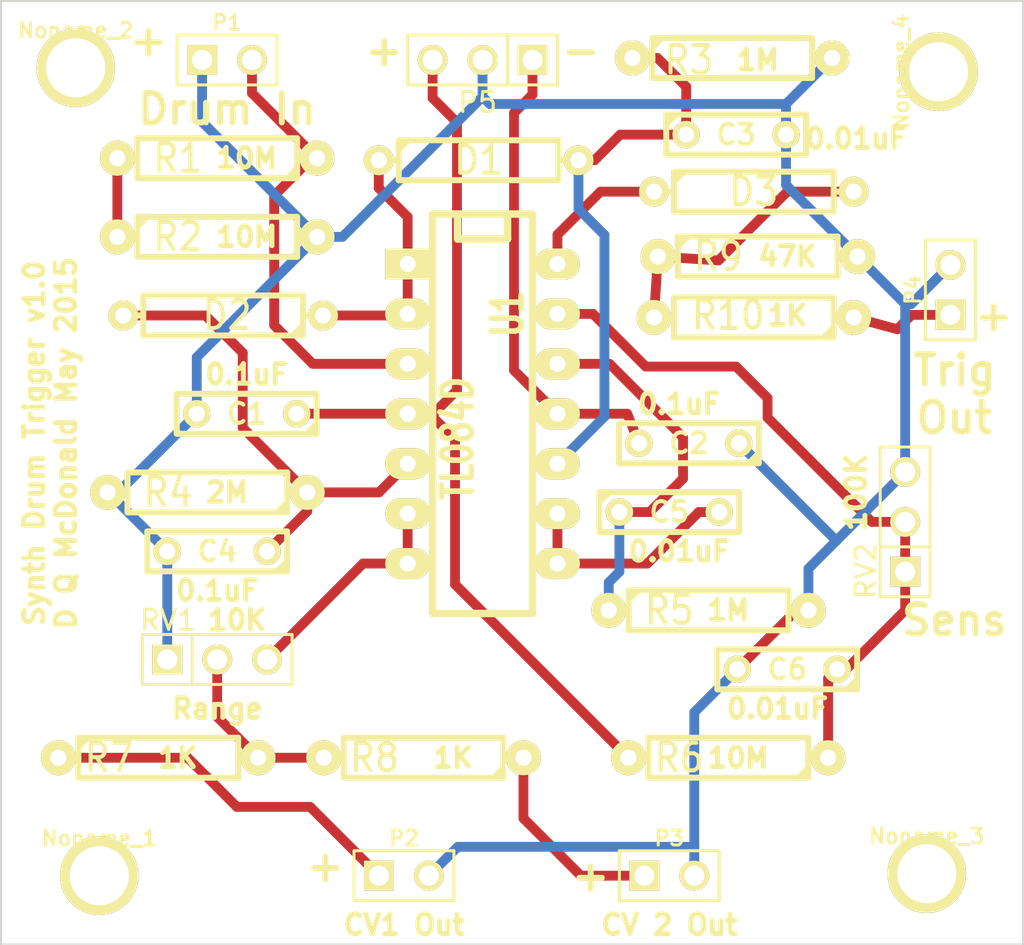
<source format=kicad_pcb>
(kicad_pcb (version 20171130) (host pcbnew "(5.1.12)-1")

  (general
    (thickness 1.6)
    (drawings 36)
    (tracks 130)
    (zones 0)
    (modules 31)
    (nets 19)
  )

  (page A4)
  (title_block
    (title "MFOS Synth Drum Trigger")
    (date 26/05/2015)
    (rev 1.0)
    (comment 1 "Based on a design by Ray Wilson")
    (comment 3 "Quentin McDonald")
  )

  (layers
    (0 F.Cu signal)
    (31 B.Cu signal)
    (32 B.Adhes user)
    (33 F.Adhes user hide)
    (34 B.Paste user)
    (35 F.Paste user)
    (36 B.SilkS user)
    (37 F.SilkS user)
    (38 B.Mask user)
    (39 F.Mask user)
    (40 Dwgs.User user)
    (41 Cmts.User user)
    (42 Eco1.User user)
    (43 Eco2.User user)
    (44 Edge.Cuts user)
  )

  (setup
    (last_trace_width 0.5)
    (trace_clearance 0.4)
    (zone_clearance 0.508)
    (zone_45_only no)
    (trace_min 0.254)
    (via_size 0.889)
    (via_drill 0.635)
    (via_min_size 0.889)
    (via_min_drill 0.508)
    (uvia_size 0.508)
    (uvia_drill 0.127)
    (uvias_allowed no)
    (uvia_min_size 0.508)
    (uvia_min_drill 0.127)
    (edge_width 0.1)
    (segment_width 0.2)
    (pcb_text_width 0.3)
    (pcb_text_size 1.5 1.5)
    (mod_edge_width 0.15)
    (mod_text_size 1 1)
    (mod_text_width 0.15)
    (pad_size 4 4)
    (pad_drill 3)
    (pad_to_mask_clearance 0)
    (aux_axis_origin 0 0)
    (visible_elements 7FFFFFFF)
    (pcbplotparams
      (layerselection 0x00030_ffffffff)
      (usegerberextensions true)
      (usegerberattributes true)
      (usegerberadvancedattributes true)
      (creategerberjobfile true)
      (excludeedgelayer true)
      (linewidth 0.150000)
      (plotframeref false)
      (viasonmask false)
      (mode 1)
      (useauxorigin false)
      (hpglpennumber 1)
      (hpglpenspeed 20)
      (hpglpendiameter 15.000000)
      (psnegative false)
      (psa4output false)
      (plotreference true)
      (plotvalue true)
      (plotinvisibletext false)
      (padsonsilk false)
      (subtractmaskfromsilk false)
      (outputformat 1)
      (mirror false)
      (drillshape 0)
      (scaleselection 1)
      (outputdirectory "Gerber/"))
  )

  (net 0 "")
  (net 1 +12V)
  (net 2 -12V)
  (net 3 GND)
  (net 4 "Net-(C3-Pad1)")
  (net 5 "Net-(C4-Pad1)")
  (net 6 "Net-(C5-Pad1)")
  (net 7 "Net-(C5-Pad2)")
  (net 8 "Net-(C6-Pad1)")
  (net 9 "Net-(D1-Pad1)")
  (net 10 "Net-(D3-Pad1)")
  (net 11 "Net-(D3-Pad2)")
  (net 12 "Net-(P1-Pad2)")
  (net 13 "Net-(P2-Pad1)")
  (net 14 "Net-(P3-Pad1)")
  (net 15 "Net-(P4-Pad1)")
  (net 16 "Net-(R1-Pad2)")
  (net 17 "Net-(R7-Pad2)")
  (net 18 "Net-(RV1-Pad3)")

  (net_class Default "This is the default net class."
    (clearance 0.4)
    (trace_width 0.5)
    (via_dia 0.889)
    (via_drill 0.635)
    (uvia_dia 0.508)
    (uvia_drill 0.127)
    (add_net +12V)
    (add_net -12V)
    (add_net GND)
    (add_net "Net-(C3-Pad1)")
    (add_net "Net-(C4-Pad1)")
    (add_net "Net-(C5-Pad1)")
    (add_net "Net-(C5-Pad2)")
    (add_net "Net-(C6-Pad1)")
    (add_net "Net-(D1-Pad1)")
    (add_net "Net-(D3-Pad1)")
    (add_net "Net-(D3-Pad2)")
    (add_net "Net-(P1-Pad2)")
    (add_net "Net-(P2-Pad1)")
    (add_net "Net-(P3-Pad1)")
    (add_net "Net-(P4-Pad1)")
    (add_net "Net-(R1-Pad2)")
    (add_net "Net-(R7-Pad2)")
    (add_net "Net-(RV1-Pad3)")
  )

  (module discret:C2 (layer F.Cu) (tedit 200000) (tstamp 55651D84)
    (at 132.5 114 180)
    (descr "Condensateur = 2 pas")
    (tags C)
    (path /5563EC2E)
    (fp_text reference C1 (at 0 0 180) (layer F.SilkS)
      (effects (font (size 1.016 1.016) (thickness 0.2032)))
    )
    (fp_text value 0.1uF (at 0 0 180) (layer F.SilkS) hide
      (effects (font (size 1.016 1.016) (thickness 0.2032)))
    )
    (fp_line (start -3.556 -1.016) (end 3.556 -1.016) (layer F.SilkS) (width 0.3048))
    (fp_line (start 3.556 -1.016) (end 3.556 1.016) (layer F.SilkS) (width 0.3048))
    (fp_line (start 3.556 1.016) (end -3.556 1.016) (layer F.SilkS) (width 0.3048))
    (fp_line (start -3.556 1.016) (end -3.556 -1.016) (layer F.SilkS) (width 0.3048))
    (fp_line (start -3.556 -0.508) (end -3.048 -1.016) (layer F.SilkS) (width 0.3048))
    (pad 1 thru_hole circle (at -2.54 0 180) (size 1.397 1.397) (drill 0.8128) (layers *.Cu *.Mask F.SilkS)
      (net 1 +12V))
    (pad 2 thru_hole circle (at 2.54 0 180) (size 1.397 1.397) (drill 0.8128) (layers *.Cu *.Mask F.SilkS)
      (net 3 GND))
    (model discret/capa_2pas_5x5mm.wrl
      (at (xyz 0 0 0))
      (scale (xyz 1 1 1))
      (rotate (xyz 0 0 0))
    )
  )

  (module discret:C2 (layer F.Cu) (tedit 200000) (tstamp 55651D1F)
    (at 155 115.5 180)
    (descr "Condensateur = 2 pas")
    (tags C)
    (path /5563EC42)
    (fp_text reference C2 (at 0 0 180) (layer F.SilkS)
      (effects (font (size 1.016 1.016) (thickness 0.2032)))
    )
    (fp_text value 0.1uF (at 0 0 180) (layer F.SilkS) hide
      (effects (font (size 1.016 1.016) (thickness 0.2032)))
    )
    (fp_line (start -3.556 -1.016) (end 3.556 -1.016) (layer F.SilkS) (width 0.3048))
    (fp_line (start 3.556 -1.016) (end 3.556 1.016) (layer F.SilkS) (width 0.3048))
    (fp_line (start 3.556 1.016) (end -3.556 1.016) (layer F.SilkS) (width 0.3048))
    (fp_line (start -3.556 1.016) (end -3.556 -1.016) (layer F.SilkS) (width 0.3048))
    (fp_line (start -3.556 -0.508) (end -3.048 -1.016) (layer F.SilkS) (width 0.3048))
    (pad 1 thru_hole circle (at -2.54 0 180) (size 1.397 1.397) (drill 0.8128) (layers *.Cu *.Mask F.SilkS)
      (net 3 GND))
    (pad 2 thru_hole circle (at 2.54 0 180) (size 1.397 1.397) (drill 0.8128) (layers *.Cu *.Mask F.SilkS)
      (net 2 -12V))
    (model discret/capa_2pas_5x5mm.wrl
      (at (xyz 0 0 0))
      (scale (xyz 1 1 1))
      (rotate (xyz 0 0 0))
    )
  )

  (module discret:C2 (layer F.Cu) (tedit 200000) (tstamp 55642854)
    (at 157.4 99.8)
    (descr "Condensateur = 2 pas")
    (tags C)
    (path /5562E506)
    (fp_text reference C3 (at 0 0) (layer F.SilkS)
      (effects (font (size 1.016 1.016) (thickness 0.2032)))
    )
    (fp_text value 0.01uF (at 0 0) (layer F.SilkS) hide
      (effects (font (size 1.016 1.016) (thickness 0.2032)))
    )
    (fp_line (start -3.556 -1.016) (end 3.556 -1.016) (layer F.SilkS) (width 0.3048))
    (fp_line (start 3.556 -1.016) (end 3.556 1.016) (layer F.SilkS) (width 0.3048))
    (fp_line (start 3.556 1.016) (end -3.556 1.016) (layer F.SilkS) (width 0.3048))
    (fp_line (start -3.556 1.016) (end -3.556 -1.016) (layer F.SilkS) (width 0.3048))
    (fp_line (start -3.556 -0.508) (end -3.048 -1.016) (layer F.SilkS) (width 0.3048))
    (pad 1 thru_hole circle (at -2.54 0) (size 1.397 1.397) (drill 0.8128) (layers *.Cu *.Mask F.SilkS)
      (net 4 "Net-(C3-Pad1)"))
    (pad 2 thru_hole circle (at 2.54 0) (size 1.397 1.397) (drill 0.8128) (layers *.Cu *.Mask F.SilkS)
      (net 3 GND))
    (model discret/capa_2pas_5x5mm.wrl
      (at (xyz 0 0 0))
      (scale (xyz 1 1 1))
      (rotate (xyz 0 0 0))
    )
  )

  (module discret:C2 (layer F.Cu) (tedit 200000) (tstamp 5564285F)
    (at 131 121 180)
    (descr "Condensateur = 2 pas")
    (tags C)
    (path /5562DBA8)
    (fp_text reference C4 (at 0 0 180) (layer F.SilkS)
      (effects (font (size 1.016 1.016) (thickness 0.2032)))
    )
    (fp_text value 0.1uF (at 0 0 180) (layer F.SilkS) hide
      (effects (font (size 1.016 1.016) (thickness 0.2032)))
    )
    (fp_line (start -3.556 -1.016) (end 3.556 -1.016) (layer F.SilkS) (width 0.3048))
    (fp_line (start 3.556 -1.016) (end 3.556 1.016) (layer F.SilkS) (width 0.3048))
    (fp_line (start 3.556 1.016) (end -3.556 1.016) (layer F.SilkS) (width 0.3048))
    (fp_line (start -3.556 1.016) (end -3.556 -1.016) (layer F.SilkS) (width 0.3048))
    (fp_line (start -3.556 -0.508) (end -3.048 -1.016) (layer F.SilkS) (width 0.3048))
    (pad 1 thru_hole circle (at -2.54 0 180) (size 1.397 1.397) (drill 0.8128) (layers *.Cu *.Mask F.SilkS)
      (net 5 "Net-(C4-Pad1)"))
    (pad 2 thru_hole circle (at 2.54 0 180) (size 1.397 1.397) (drill 0.8128) (layers *.Cu *.Mask F.SilkS)
      (net 3 GND))
    (model discret/capa_2pas_5x5mm.wrl
      (at (xyz 0 0 0))
      (scale (xyz 1 1 1))
      (rotate (xyz 0 0 0))
    )
  )

  (module discret:C2 (layer F.Cu) (tedit 200000) (tstamp 5564286A)
    (at 154 119)
    (descr "Condensateur = 2 pas")
    (tags C)
    (path /5562E6AF)
    (fp_text reference C5 (at 0 0) (layer F.SilkS)
      (effects (font (size 1.016 1.016) (thickness 0.2032)))
    )
    (fp_text value 0.01 (at 0 0) (layer F.SilkS) hide
      (effects (font (size 1.016 1.016) (thickness 0.2032)))
    )
    (fp_line (start -3.556 -1.016) (end 3.556 -1.016) (layer F.SilkS) (width 0.3048))
    (fp_line (start 3.556 -1.016) (end 3.556 1.016) (layer F.SilkS) (width 0.3048))
    (fp_line (start 3.556 1.016) (end -3.556 1.016) (layer F.SilkS) (width 0.3048))
    (fp_line (start -3.556 1.016) (end -3.556 -1.016) (layer F.SilkS) (width 0.3048))
    (fp_line (start -3.556 -0.508) (end -3.048 -1.016) (layer F.SilkS) (width 0.3048))
    (pad 1 thru_hole circle (at -2.54 0) (size 1.397 1.397) (drill 0.8128) (layers *.Cu *.Mask F.SilkS)
      (net 6 "Net-(C5-Pad1)"))
    (pad 2 thru_hole circle (at 2.54 0) (size 1.397 1.397) (drill 0.8128) (layers *.Cu *.Mask F.SilkS)
      (net 7 "Net-(C5-Pad2)"))
    (model discret/capa_2pas_5x5mm.wrl
      (at (xyz 0 0 0))
      (scale (xyz 1 1 1))
      (rotate (xyz 0 0 0))
    )
  )

  (module discret:C2 (layer F.Cu) (tedit 200000) (tstamp 55642875)
    (at 160 127 180)
    (descr "Condensateur = 2 pas")
    (tags C)
    (path /5562EBE3)
    (fp_text reference C6 (at 0 0 180) (layer F.SilkS)
      (effects (font (size 1.016 1.016) (thickness 0.2032)))
    )
    (fp_text value 0.01uF (at 0 0 180) (layer F.SilkS) hide
      (effects (font (size 1.016 1.016) (thickness 0.2032)))
    )
    (fp_line (start -3.556 -1.016) (end 3.556 -1.016) (layer F.SilkS) (width 0.3048))
    (fp_line (start 3.556 -1.016) (end 3.556 1.016) (layer F.SilkS) (width 0.3048))
    (fp_line (start 3.556 1.016) (end -3.556 1.016) (layer F.SilkS) (width 0.3048))
    (fp_line (start -3.556 1.016) (end -3.556 -1.016) (layer F.SilkS) (width 0.3048))
    (fp_line (start -3.556 -0.508) (end -3.048 -1.016) (layer F.SilkS) (width 0.3048))
    (pad 1 thru_hole circle (at -2.54 0 180) (size 1.397 1.397) (drill 0.8128) (layers *.Cu *.Mask F.SilkS)
      (net 8 "Net-(C6-Pad1)"))
    (pad 2 thru_hole circle (at 2.54 0 180) (size 1.397 1.397) (drill 0.8128) (layers *.Cu *.Mask F.SilkS)
      (net 3 GND))
    (model discret/capa_2pas_5x5mm.wrl
      (at (xyz 0 0 0))
      (scale (xyz 1 1 1))
      (rotate (xyz 0 0 0))
    )
  )

  (module discret:R4 (layer F.Cu) (tedit 200000) (tstamp 55642883)
    (at 144.3 101.1)
    (descr "Resitance 4 pas")
    (tags R)
    (path /5562E3FF)
    (autoplace_cost180 10)
    (fp_text reference D1 (at 0 0) (layer F.SilkS)
      (effects (font (size 1.397 1.27) (thickness 0.2032)))
    )
    (fp_text value DIODE (at 0 0) (layer F.SilkS) hide
      (effects (font (size 1.397 1.27) (thickness 0.2032)))
    )
    (fp_line (start -5.08 0) (end -4.064 0) (layer F.SilkS) (width 0.3048))
    (fp_line (start -4.064 0) (end -4.064 -1.016) (layer F.SilkS) (width 0.3048))
    (fp_line (start -4.064 -1.016) (end 4.064 -1.016) (layer F.SilkS) (width 0.3048))
    (fp_line (start 4.064 -1.016) (end 4.064 1.016) (layer F.SilkS) (width 0.3048))
    (fp_line (start 4.064 1.016) (end -4.064 1.016) (layer F.SilkS) (width 0.3048))
    (fp_line (start -4.064 1.016) (end -4.064 0) (layer F.SilkS) (width 0.3048))
    (fp_line (start -4.064 -0.508) (end -3.556 -1.016) (layer F.SilkS) (width 0.3048))
    (fp_line (start 5.08 0) (end 4.064 0) (layer F.SilkS) (width 0.3048))
    (pad 1 thru_hole circle (at -5.08 0) (size 1.524 1.524) (drill 0.8128) (layers *.Cu *.Mask F.SilkS)
      (net 9 "Net-(D1-Pad1)"))
    (pad 2 thru_hole circle (at 5.08 0) (size 1.524 1.524) (drill 0.8128) (layers *.Cu *.Mask F.SilkS)
      (net 4 "Net-(C3-Pad1)"))
    (model discret/resistor.wrl
      (at (xyz 0 0 0))
      (scale (xyz 0.4 0.4 0.4))
      (rotate (xyz 0 0 0))
    )
  )

  (module discret:R4 (layer F.Cu) (tedit 55654911) (tstamp 55642891)
    (at 131.3 109 180)
    (descr "Resitance 4 pas")
    (tags R)
    (path /5562DAF1)
    (autoplace_cost180 10)
    (fp_text reference D2 (at -0.2 0 180) (layer F.SilkS)
      (effects (font (size 1.397 1.27) (thickness 0.2032)))
    )
    (fp_text value DIODE (at 0 0 180) (layer F.SilkS) hide
      (effects (font (size 1.397 1.27) (thickness 0.2032)))
    )
    (fp_line (start -5.08 0) (end -4.064 0) (layer F.SilkS) (width 0.3048))
    (fp_line (start -4.064 0) (end -4.064 -1.016) (layer F.SilkS) (width 0.3048))
    (fp_line (start -4.064 -1.016) (end 4.064 -1.016) (layer F.SilkS) (width 0.3048))
    (fp_line (start 4.064 -1.016) (end 4.064 1.016) (layer F.SilkS) (width 0.3048))
    (fp_line (start 4.064 1.016) (end -4.064 1.016) (layer F.SilkS) (width 0.3048))
    (fp_line (start -4.064 1.016) (end -4.064 0) (layer F.SilkS) (width 0.3048))
    (fp_line (start -4.064 -0.508) (end -3.556 -1.016) (layer F.SilkS) (width 0.3048))
    (fp_line (start 5.08 0) (end 4.064 0) (layer F.SilkS) (width 0.3048))
    (pad 1 thru_hole circle (at -5.08 0 180) (size 1.524 1.524) (drill 0.8128) (layers *.Cu *.Mask F.SilkS)
      (net 9 "Net-(D1-Pad1)"))
    (pad 2 thru_hole circle (at 5.08 0 180) (size 1.524 1.524) (drill 0.8128) (layers *.Cu *.Mask F.SilkS)
      (net 5 "Net-(C4-Pad1)"))
    (model discret/resistor.wrl
      (at (xyz 0 0 0))
      (scale (xyz 0.4 0.4 0.4))
      (rotate (xyz 0 0 0))
    )
  )

  (module discret:R4 (layer F.Cu) (tedit 200000) (tstamp 5564289F)
    (at 158.3 102.7)
    (descr "Resitance 4 pas")
    (tags R)
    (path /5562E804)
    (autoplace_cost180 10)
    (fp_text reference D3 (at 0 0) (layer F.SilkS)
      (effects (font (size 1.397 1.27) (thickness 0.2032)))
    )
    (fp_text value DIODE (at 0 0) (layer F.SilkS) hide
      (effects (font (size 1.397 1.27) (thickness 0.2032)))
    )
    (fp_line (start -5.08 0) (end -4.064 0) (layer F.SilkS) (width 0.3048))
    (fp_line (start -4.064 0) (end -4.064 -1.016) (layer F.SilkS) (width 0.3048))
    (fp_line (start -4.064 -1.016) (end 4.064 -1.016) (layer F.SilkS) (width 0.3048))
    (fp_line (start 4.064 -1.016) (end 4.064 1.016) (layer F.SilkS) (width 0.3048))
    (fp_line (start 4.064 1.016) (end -4.064 1.016) (layer F.SilkS) (width 0.3048))
    (fp_line (start -4.064 1.016) (end -4.064 0) (layer F.SilkS) (width 0.3048))
    (fp_line (start -4.064 -0.508) (end -3.556 -1.016) (layer F.SilkS) (width 0.3048))
    (fp_line (start 5.08 0) (end 4.064 0) (layer F.SilkS) (width 0.3048))
    (pad 1 thru_hole circle (at -5.08 0) (size 1.524 1.524) (drill 0.8128) (layers *.Cu *.Mask F.SilkS)
      (net 10 "Net-(D3-Pad1)"))
    (pad 2 thru_hole circle (at 5.08 0) (size 1.524 1.524) (drill 0.8128) (layers *.Cu *.Mask F.SilkS)
      (net 11 "Net-(D3-Pad2)"))
    (model discret/resistor.wrl
      (at (xyz 0 0 0))
      (scale (xyz 0.4 0.4 0.4))
      (rotate (xyz 0 0 0))
    )
  )

  (module pin_array:PIN_ARRAY_2X1 (layer F.Cu) (tedit 4565C520) (tstamp 556428A9)
    (at 131.5 96)
    (descr "Connecteurs 2 pins")
    (tags "CONN DEV")
    (path /5562D979)
    (fp_text reference P1 (at 0 -1.905) (layer F.SilkS)
      (effects (font (size 0.762 0.762) (thickness 0.1524)))
    )
    (fp_text value CONN_2 (at 0 -1.905) (layer F.SilkS) hide
      (effects (font (size 0.762 0.762) (thickness 0.1524)))
    )
    (fp_line (start -2.54 1.27) (end -2.54 -1.27) (layer F.SilkS) (width 0.1524))
    (fp_line (start -2.54 -1.27) (end 2.54 -1.27) (layer F.SilkS) (width 0.1524))
    (fp_line (start 2.54 -1.27) (end 2.54 1.27) (layer F.SilkS) (width 0.1524))
    (fp_line (start 2.54 1.27) (end -2.54 1.27) (layer F.SilkS) (width 0.1524))
    (pad 1 thru_hole rect (at -1.27 0) (size 1.524 1.524) (drill 1.016) (layers *.Cu *.Mask F.SilkS)
      (net 3 GND))
    (pad 2 thru_hole circle (at 1.27 0) (size 1.524 1.524) (drill 1.016) (layers *.Cu *.Mask F.SilkS)
      (net 12 "Net-(P1-Pad2)"))
    (model pin_array/pins_array_2x1.wrl
      (at (xyz 0 0 0))
      (scale (xyz 1 1 1))
      (rotate (xyz 0 0 0))
    )
  )

  (module pin_array:PIN_ARRAY_2X1 (layer F.Cu) (tedit 4565C520) (tstamp 556428B3)
    (at 140.5 137.5)
    (descr "Connecteurs 2 pins")
    (tags "CONN DEV")
    (path /5562E22C)
    (fp_text reference P2 (at 0 -1.905) (layer F.SilkS)
      (effects (font (size 0.762 0.762) (thickness 0.1524)))
    )
    (fp_text value CONN_2 (at 0 -1.905) (layer F.SilkS) hide
      (effects (font (size 0.762 0.762) (thickness 0.1524)))
    )
    (fp_line (start -2.54 1.27) (end -2.54 -1.27) (layer F.SilkS) (width 0.1524))
    (fp_line (start -2.54 -1.27) (end 2.54 -1.27) (layer F.SilkS) (width 0.1524))
    (fp_line (start 2.54 -1.27) (end 2.54 1.27) (layer F.SilkS) (width 0.1524))
    (fp_line (start 2.54 1.27) (end -2.54 1.27) (layer F.SilkS) (width 0.1524))
    (pad 1 thru_hole rect (at -1.27 0) (size 1.524 1.524) (drill 1.016) (layers *.Cu *.Mask F.SilkS)
      (net 13 "Net-(P2-Pad1)"))
    (pad 2 thru_hole circle (at 1.27 0) (size 1.524 1.524) (drill 1.016) (layers *.Cu *.Mask F.SilkS)
      (net 3 GND))
    (model pin_array/pins_array_2x1.wrl
      (at (xyz 0 0 0))
      (scale (xyz 1 1 1))
      (rotate (xyz 0 0 0))
    )
  )

  (module pin_array:PIN_ARRAY_2X1 (layer F.Cu) (tedit 4565C520) (tstamp 556428BD)
    (at 154 137.5)
    (descr "Connecteurs 2 pins")
    (tags "CONN DEV")
    (path /5562E240)
    (fp_text reference P3 (at 0 -1.905) (layer F.SilkS)
      (effects (font (size 0.762 0.762) (thickness 0.1524)))
    )
    (fp_text value CONN_2 (at 0 -1.905) (layer F.SilkS) hide
      (effects (font (size 0.762 0.762) (thickness 0.1524)))
    )
    (fp_line (start -2.54 1.27) (end -2.54 -1.27) (layer F.SilkS) (width 0.1524))
    (fp_line (start -2.54 -1.27) (end 2.54 -1.27) (layer F.SilkS) (width 0.1524))
    (fp_line (start 2.54 -1.27) (end 2.54 1.27) (layer F.SilkS) (width 0.1524))
    (fp_line (start 2.54 1.27) (end -2.54 1.27) (layer F.SilkS) (width 0.1524))
    (pad 1 thru_hole rect (at -1.27 0) (size 1.524 1.524) (drill 1.016) (layers *.Cu *.Mask F.SilkS)
      (net 14 "Net-(P3-Pad1)"))
    (pad 2 thru_hole circle (at 1.27 0) (size 1.524 1.524) (drill 1.016) (layers *.Cu *.Mask F.SilkS)
      (net 3 GND))
    (model pin_array/pins_array_2x1.wrl
      (at (xyz 0 0 0))
      (scale (xyz 1 1 1))
      (rotate (xyz 0 0 0))
    )
  )

  (module pin_array:PIN_ARRAY_2X1 (layer F.Cu) (tedit 4565C520) (tstamp 556428C7)
    (at 168.3 107.7 90)
    (descr "Connecteurs 2 pins")
    (tags "CONN DEV")
    (path /5562E9ED)
    (fp_text reference P4 (at 0 -1.905 90) (layer F.SilkS)
      (effects (font (size 0.762 0.762) (thickness 0.1524)))
    )
    (fp_text value CONN_2 (at 0 -1.905 90) (layer F.SilkS) hide
      (effects (font (size 0.762 0.762) (thickness 0.1524)))
    )
    (fp_line (start -2.54 1.27) (end -2.54 -1.27) (layer F.SilkS) (width 0.1524))
    (fp_line (start -2.54 -1.27) (end 2.54 -1.27) (layer F.SilkS) (width 0.1524))
    (fp_line (start 2.54 -1.27) (end 2.54 1.27) (layer F.SilkS) (width 0.1524))
    (fp_line (start 2.54 1.27) (end -2.54 1.27) (layer F.SilkS) (width 0.1524))
    (pad 1 thru_hole rect (at -1.27 0 90) (size 1.524 1.524) (drill 1.016) (layers *.Cu *.Mask F.SilkS)
      (net 15 "Net-(P4-Pad1)"))
    (pad 2 thru_hole circle (at 1.27 0 90) (size 1.524 1.524) (drill 1.016) (layers *.Cu *.Mask F.SilkS)
      (net 3 GND))
    (model pin_array/pins_array_2x1.wrl
      (at (xyz 0 0 0))
      (scale (xyz 1 1 1))
      (rotate (xyz 0 0 0))
    )
  )

  (module pin_array:PIN_ARRAY_3X1 (layer F.Cu) (tedit 4C1130E0) (tstamp 55653308)
    (at 144.5 96 180)
    (descr "Connecteur 3 pins")
    (tags "CONN DEV")
    (path /5563F85E)
    (fp_text reference P5 (at 0.254 -2.159 180) (layer F.SilkS)
      (effects (font (size 1.016 1.016) (thickness 0.1524)))
    )
    (fp_text value Power_In (at 0 -2.159 180) (layer F.SilkS) hide
      (effects (font (size 1.016 1.016) (thickness 0.1524)))
    )
    (fp_line (start -3.81 1.27) (end -3.81 -1.27) (layer F.SilkS) (width 0.1524))
    (fp_line (start -3.81 -1.27) (end 3.81 -1.27) (layer F.SilkS) (width 0.1524))
    (fp_line (start 3.81 -1.27) (end 3.81 1.27) (layer F.SilkS) (width 0.1524))
    (fp_line (start 3.81 1.27) (end -3.81 1.27) (layer F.SilkS) (width 0.1524))
    (fp_line (start -1.27 -1.27) (end -1.27 1.27) (layer F.SilkS) (width 0.1524))
    (pad 1 thru_hole rect (at -2.54 0 180) (size 1.524 1.524) (drill 1.016) (layers *.Cu *.Mask F.SilkS)
      (net 2 -12V))
    (pad 2 thru_hole circle (at 0 0 180) (size 1.524 1.524) (drill 1.016) (layers *.Cu *.Mask F.SilkS)
      (net 3 GND))
    (pad 3 thru_hole circle (at 2.54 0 180) (size 1.524 1.524) (drill 1.016) (layers *.Cu *.Mask F.SilkS)
      (net 1 +12V))
    (model pin_array/pins_array_3x1.wrl
      (at (xyz 0 0 0))
      (scale (xyz 1 1 1))
      (rotate (xyz 0 0 0))
    )
  )

  (module pin_array:PIN_ARRAY_3X1 (layer F.Cu) (tedit 55654A82) (tstamp 55642961)
    (at 131 126.5)
    (descr "Connecteur 3 pins")
    (tags "CONN DEV")
    (path /5562DD78)
    (fp_text reference RV1 (at -2.5 -2) (layer F.SilkS)
      (effects (font (size 1.016 1.016) (thickness 0.1524)))
    )
    (fp_text value 10K (at 0 -2.159) (layer F.SilkS) hide
      (effects (font (size 1.016 1.016) (thickness 0.1524)))
    )
    (fp_line (start -3.81 1.27) (end -3.81 -1.27) (layer F.SilkS) (width 0.1524))
    (fp_line (start -3.81 -1.27) (end 3.81 -1.27) (layer F.SilkS) (width 0.1524))
    (fp_line (start 3.81 -1.27) (end 3.81 1.27) (layer F.SilkS) (width 0.1524))
    (fp_line (start 3.81 1.27) (end -3.81 1.27) (layer F.SilkS) (width 0.1524))
    (fp_line (start -1.27 -1.27) (end -1.27 1.27) (layer F.SilkS) (width 0.1524))
    (pad 1 thru_hole rect (at -2.54 0) (size 1.524 1.524) (drill 1.016) (layers *.Cu *.Mask F.SilkS)
      (net 3 GND))
    (pad 2 thru_hole circle (at 0 0) (size 1.524 1.524) (drill 1.016) (layers *.Cu *.Mask F.SilkS)
      (net 17 "Net-(R7-Pad2)"))
    (pad 3 thru_hole circle (at 2.54 0) (size 1.524 1.524) (drill 1.016) (layers *.Cu *.Mask F.SilkS)
      (net 18 "Net-(RV1-Pad3)"))
    (model pin_array/pins_array_3x1.wrl
      (at (xyz 0 0 0))
      (scale (xyz 1 1 1))
      (rotate (xyz 0 0 0))
    )
  )

  (module pin_array:PIN_ARRAY_3X1 (layer F.Cu) (tedit 55654A69) (tstamp 5564296D)
    (at 166 119.5 90)
    (descr "Connecteur 3 pins")
    (tags "CONN DEV")
    (path /5562ED6B)
    (fp_text reference RV2 (at -2.5 -2 90) (layer F.SilkS)
      (effects (font (size 1.016 1.016) (thickness 0.1524)))
    )
    (fp_text value 100K (at 0 -2.159 90) (layer F.SilkS) hide
      (effects (font (size 1.016 1.016) (thickness 0.1524)))
    )
    (fp_line (start -3.81 1.27) (end -3.81 -1.27) (layer F.SilkS) (width 0.1524))
    (fp_line (start -3.81 -1.27) (end 3.81 -1.27) (layer F.SilkS) (width 0.1524))
    (fp_line (start 3.81 -1.27) (end 3.81 1.27) (layer F.SilkS) (width 0.1524))
    (fp_line (start 3.81 1.27) (end -3.81 1.27) (layer F.SilkS) (width 0.1524))
    (fp_line (start -1.27 -1.27) (end -1.27 1.27) (layer F.SilkS) (width 0.1524))
    (pad 1 thru_hole rect (at -2.54 0 90) (size 1.524 1.524) (drill 1.016) (layers *.Cu *.Mask F.SilkS)
      (net 8 "Net-(C6-Pad1)"))
    (pad 2 thru_hole circle (at 0 0 90) (size 1.524 1.524) (drill 1.016) (layers *.Cu *.Mask F.SilkS)
      (net 8 "Net-(C6-Pad1)"))
    (pad 3 thru_hole circle (at 2.54 0 90) (size 1.524 1.524) (drill 1.016) (layers *.Cu *.Mask F.SilkS)
      (net 3 GND))
    (model pin_array/pins_array_3x1.wrl
      (at (xyz 0 0 0))
      (scale (xyz 1 1 1))
      (rotate (xyz 0 0 0))
    )
  )

  (module dip_sockets:DIP-14__300_ELL (layer F.Cu) (tedit 200000) (tstamp 55642986)
    (at 144.5 114 270)
    (descr "14 pins DIL package, elliptical pads")
    (tags DIL)
    (path /5562DA82)
    (fp_text reference U1 (at -5.08 -1.27 270) (layer F.SilkS)
      (effects (font (size 1.524 1.143) (thickness 0.3048)))
    )
    (fp_text value TL084D (at 1.27 1.27 270) (layer F.SilkS)
      (effects (font (size 1.524 1.143) (thickness 0.3048)))
    )
    (fp_line (start -10.16 -2.54) (end 10.16 -2.54) (layer F.SilkS) (width 0.381))
    (fp_line (start 10.16 2.54) (end -10.16 2.54) (layer F.SilkS) (width 0.381))
    (fp_line (start -10.16 2.54) (end -10.16 -2.54) (layer F.SilkS) (width 0.381))
    (fp_line (start -10.16 -1.27) (end -8.89 -1.27) (layer F.SilkS) (width 0.381))
    (fp_line (start -8.89 -1.27) (end -8.89 1.27) (layer F.SilkS) (width 0.381))
    (fp_line (start -8.89 1.27) (end -10.16 1.27) (layer F.SilkS) (width 0.381))
    (fp_line (start 10.16 -2.54) (end 10.16 2.54) (layer F.SilkS) (width 0.381))
    (pad 1 thru_hole rect (at -7.62 3.81 270) (size 1.5748 2.286) (drill 0.8128) (layers *.Cu *.Mask F.SilkS)
      (net 9 "Net-(D1-Pad1)"))
    (pad 2 thru_hole oval (at -5.08 3.81 270) (size 1.5748 2.286) (drill 0.8128) (layers *.Cu *.Mask F.SilkS)
      (net 9 "Net-(D1-Pad1)"))
    (pad 3 thru_hole oval (at -2.54 3.81 270) (size 1.5748 2.286) (drill 0.8128) (layers *.Cu *.Mask F.SilkS)
      (net 12 "Net-(P1-Pad2)"))
    (pad 4 thru_hole oval (at 0 3.81 270) (size 1.5748 2.286) (drill 0.8128) (layers *.Cu *.Mask F.SilkS)
      (net 1 +12V))
    (pad 5 thru_hole oval (at 2.54 3.81 270) (size 1.5748 2.286) (drill 0.8128) (layers *.Cu *.Mask F.SilkS)
      (net 5 "Net-(C4-Pad1)"))
    (pad 6 thru_hole oval (at 5.08 3.81 270) (size 1.5748 2.286) (drill 0.8128) (layers *.Cu *.Mask F.SilkS)
      (net 18 "Net-(RV1-Pad3)"))
    (pad 7 thru_hole oval (at 7.62 3.81 270) (size 1.5748 2.286) (drill 0.8128) (layers *.Cu *.Mask F.SilkS)
      (net 18 "Net-(RV1-Pad3)"))
    (pad 8 thru_hole oval (at 7.62 -3.81 270) (size 1.5748 2.286) (drill 0.8128) (layers *.Cu *.Mask F.SilkS)
      (net 7 "Net-(C5-Pad2)"))
    (pad 9 thru_hole oval (at 5.08 -3.81 270) (size 1.5748 2.286) (drill 0.8128) (layers *.Cu *.Mask F.SilkS)
      (net 7 "Net-(C5-Pad2)"))
    (pad 10 thru_hole oval (at 2.54 -3.81 270) (size 1.5748 2.286) (drill 0.8128) (layers *.Cu *.Mask F.SilkS)
      (net 4 "Net-(C3-Pad1)"))
    (pad 11 thru_hole oval (at 0 -3.81 270) (size 1.5748 2.286) (drill 0.8128) (layers *.Cu *.Mask F.SilkS)
      (net 2 -12V))
    (pad 12 thru_hole oval (at -2.54 -3.81 270) (size 1.5748 2.286) (drill 0.8128) (layers *.Cu *.Mask F.SilkS)
      (net 6 "Net-(C5-Pad1)"))
    (pad 13 thru_hole oval (at -5.08 -3.81 270) (size 1.5748 2.286) (drill 0.8128) (layers *.Cu *.Mask F.SilkS)
      (net 8 "Net-(C6-Pad1)"))
    (pad 14 thru_hole oval (at -7.62 -3.81 270) (size 1.5748 2.286) (drill 0.8128) (layers *.Cu *.Mask F.SilkS)
      (net 10 "Net-(D3-Pad1)"))
    (model dil/dil_14.wrl
      (at (xyz 0 0 0))
      (scale (xyz 1 1 1))
      (rotate (xyz 0 0 0))
    )
  )

  (module discret:R4-LARGE_PADS (layer F.Cu) (tedit 55654905) (tstamp 5564268F)
    (at 131 101 180)
    (descr "Resitance 4 pas")
    (tags R)
    (path /5562D9C7)
    (autoplace_cost180 10)
    (fp_text reference R1 (at 2 0 180) (layer F.SilkS)
      (effects (font (size 1.397 1.27) (thickness 0.2032)))
    )
    (fp_text value 10M (at 0 0 180) (layer F.SilkS) hide
      (effects (font (size 1.397 1.27) (thickness 0.2032)))
    )
    (fp_line (start -5.08 0) (end -4.064 0) (layer F.SilkS) (width 0.3048))
    (fp_line (start -4.064 0) (end -4.064 -1.016) (layer F.SilkS) (width 0.3048))
    (fp_line (start -4.064 -1.016) (end 4.064 -1.016) (layer F.SilkS) (width 0.3048))
    (fp_line (start 4.064 -1.016) (end 4.064 1.016) (layer F.SilkS) (width 0.3048))
    (fp_line (start 4.064 1.016) (end -4.064 1.016) (layer F.SilkS) (width 0.3048))
    (fp_line (start -4.064 1.016) (end -4.064 0) (layer F.SilkS) (width 0.3048))
    (fp_line (start -4.064 -0.508) (end -3.556 -1.016) (layer F.SilkS) (width 0.3048))
    (fp_line (start 5.08 0) (end 4.064 0) (layer F.SilkS) (width 0.3048))
    (pad 1 thru_hole circle (at -5.08 0 180) (size 1.778 1.778) (drill 0.8128) (layers *.Cu *.Mask F.SilkS)
      (net 12 "Net-(P1-Pad2)"))
    (pad 2 thru_hole circle (at 5.08 0 180) (size 1.778 1.778) (drill 0.8128) (layers *.Cu *.Mask F.SilkS)
      (net 16 "Net-(R1-Pad2)"))
    (model discret/resistor.wrl
      (at (xyz 0 0 0))
      (scale (xyz 0.4 0.4 0.4))
      (rotate (xyz 0 0 0))
    )
  )

  (module discret:R4-LARGE_PADS (layer F.Cu) (tedit 5565490D) (tstamp 5564269C)
    (at 131 105)
    (descr "Resitance 4 pas")
    (tags R)
    (path /5562D9DB)
    (autoplace_cost180 10)
    (fp_text reference R2 (at -2 0) (layer F.SilkS)
      (effects (font (size 1.397 1.27) (thickness 0.2032)))
    )
    (fp_text value 10M (at 0 0) (layer F.SilkS) hide
      (effects (font (size 1.397 1.27) (thickness 0.2032)))
    )
    (fp_line (start -5.08 0) (end -4.064 0) (layer F.SilkS) (width 0.3048))
    (fp_line (start -4.064 0) (end -4.064 -1.016) (layer F.SilkS) (width 0.3048))
    (fp_line (start -4.064 -1.016) (end 4.064 -1.016) (layer F.SilkS) (width 0.3048))
    (fp_line (start 4.064 -1.016) (end 4.064 1.016) (layer F.SilkS) (width 0.3048))
    (fp_line (start 4.064 1.016) (end -4.064 1.016) (layer F.SilkS) (width 0.3048))
    (fp_line (start -4.064 1.016) (end -4.064 0) (layer F.SilkS) (width 0.3048))
    (fp_line (start -4.064 -0.508) (end -3.556 -1.016) (layer F.SilkS) (width 0.3048))
    (fp_line (start 5.08 0) (end 4.064 0) (layer F.SilkS) (width 0.3048))
    (pad 1 thru_hole circle (at -5.08 0) (size 1.778 1.778) (drill 0.8128) (layers *.Cu *.Mask F.SilkS)
      (net 16 "Net-(R1-Pad2)"))
    (pad 2 thru_hole circle (at 5.08 0) (size 1.778 1.778) (drill 0.8128) (layers *.Cu *.Mask F.SilkS)
      (net 3 GND))
    (model discret/resistor.wrl
      (at (xyz 0 0 0))
      (scale (xyz 0.4 0.4 0.4))
      (rotate (xyz 0 0 0))
    )
  )

  (module discret:R4-LARGE_PADS (layer F.Cu) (tedit 5565497F) (tstamp 556426A9)
    (at 157.2 95.9)
    (descr "Resitance 4 pas")
    (tags R)
    (path /5562E4F2)
    (autoplace_cost180 10)
    (fp_text reference R3 (at -2.2 0.1) (layer F.SilkS)
      (effects (font (size 1.397 1.27) (thickness 0.2032)))
    )
    (fp_text value 1M (at 0 0) (layer F.SilkS) hide
      (effects (font (size 1.397 1.27) (thickness 0.2032)))
    )
    (fp_line (start -5.08 0) (end -4.064 0) (layer F.SilkS) (width 0.3048))
    (fp_line (start -4.064 0) (end -4.064 -1.016) (layer F.SilkS) (width 0.3048))
    (fp_line (start -4.064 -1.016) (end 4.064 -1.016) (layer F.SilkS) (width 0.3048))
    (fp_line (start 4.064 -1.016) (end 4.064 1.016) (layer F.SilkS) (width 0.3048))
    (fp_line (start 4.064 1.016) (end -4.064 1.016) (layer F.SilkS) (width 0.3048))
    (fp_line (start -4.064 1.016) (end -4.064 0) (layer F.SilkS) (width 0.3048))
    (fp_line (start -4.064 -0.508) (end -3.556 -1.016) (layer F.SilkS) (width 0.3048))
    (fp_line (start 5.08 0) (end 4.064 0) (layer F.SilkS) (width 0.3048))
    (pad 1 thru_hole circle (at -5.08 0) (size 1.778 1.778) (drill 0.8128) (layers *.Cu *.Mask F.SilkS)
      (net 4 "Net-(C3-Pad1)"))
    (pad 2 thru_hole circle (at 5.08 0) (size 1.778 1.778) (drill 0.8128) (layers *.Cu *.Mask F.SilkS)
      (net 3 GND))
    (model discret/resistor.wrl
      (at (xyz 0 0 0))
      (scale (xyz 0.4 0.4 0.4))
      (rotate (xyz 0 0 0))
    )
  )

  (module discret:R4-LARGE_PADS (layer F.Cu) (tedit 55654959) (tstamp 556426B6)
    (at 130.5 118 180)
    (descr "Resitance 4 pas")
    (tags R)
    (path /5562DB94)
    (autoplace_cost180 10)
    (fp_text reference R4 (at 2 0 180) (layer F.SilkS)
      (effects (font (size 1.397 1.27) (thickness 0.2032)))
    )
    (fp_text value 2M (at 0 0 180) (layer F.SilkS) hide
      (effects (font (size 1.397 1.27) (thickness 0.2032)))
    )
    (fp_line (start -5.08 0) (end -4.064 0) (layer F.SilkS) (width 0.3048))
    (fp_line (start -4.064 0) (end -4.064 -1.016) (layer F.SilkS) (width 0.3048))
    (fp_line (start -4.064 -1.016) (end 4.064 -1.016) (layer F.SilkS) (width 0.3048))
    (fp_line (start 4.064 -1.016) (end 4.064 1.016) (layer F.SilkS) (width 0.3048))
    (fp_line (start 4.064 1.016) (end -4.064 1.016) (layer F.SilkS) (width 0.3048))
    (fp_line (start -4.064 1.016) (end -4.064 0) (layer F.SilkS) (width 0.3048))
    (fp_line (start -4.064 -0.508) (end -3.556 -1.016) (layer F.SilkS) (width 0.3048))
    (fp_line (start 5.08 0) (end 4.064 0) (layer F.SilkS) (width 0.3048))
    (pad 1 thru_hole circle (at -5.08 0 180) (size 1.778 1.778) (drill 0.8128) (layers *.Cu *.Mask F.SilkS)
      (net 5 "Net-(C4-Pad1)"))
    (pad 2 thru_hole circle (at 5.08 0 180) (size 1.778 1.778) (drill 0.8128) (layers *.Cu *.Mask F.SilkS)
      (net 3 GND))
    (model discret/resistor.wrl
      (at (xyz 0 0 0))
      (scale (xyz 0.4 0.4 0.4))
      (rotate (xyz 0 0 0))
    )
  )

  (module discret:R4-LARGE_PADS (layer F.Cu) (tedit 55654900) (tstamp 556426C3)
    (at 156 124)
    (descr "Resitance 4 pas")
    (tags R)
    (path /5562E744)
    (autoplace_cost180 10)
    (fp_text reference R5 (at -2 0) (layer F.SilkS)
      (effects (font (size 1.397 1.27) (thickness 0.2032)))
    )
    (fp_text value 1M (at 0 0) (layer F.SilkS) hide
      (effects (font (size 1.397 1.27) (thickness 0.2032)))
    )
    (fp_line (start -5.08 0) (end -4.064 0) (layer F.SilkS) (width 0.3048))
    (fp_line (start -4.064 0) (end -4.064 -1.016) (layer F.SilkS) (width 0.3048))
    (fp_line (start -4.064 -1.016) (end 4.064 -1.016) (layer F.SilkS) (width 0.3048))
    (fp_line (start 4.064 -1.016) (end 4.064 1.016) (layer F.SilkS) (width 0.3048))
    (fp_line (start 4.064 1.016) (end -4.064 1.016) (layer F.SilkS) (width 0.3048))
    (fp_line (start -4.064 1.016) (end -4.064 0) (layer F.SilkS) (width 0.3048))
    (fp_line (start -4.064 -0.508) (end -3.556 -1.016) (layer F.SilkS) (width 0.3048))
    (fp_line (start 5.08 0) (end 4.064 0) (layer F.SilkS) (width 0.3048))
    (pad 1 thru_hole circle (at -5.08 0) (size 1.778 1.778) (drill 0.8128) (layers *.Cu *.Mask F.SilkS)
      (net 6 "Net-(C5-Pad1)"))
    (pad 2 thru_hole circle (at 5.08 0) (size 1.778 1.778) (drill 0.8128) (layers *.Cu *.Mask F.SilkS)
      (net 3 GND))
    (model discret/resistor.wrl
      (at (xyz 0 0 0))
      (scale (xyz 0.4 0.4 0.4))
      (rotate (xyz 0 0 0))
    )
  )

  (module discret:R4-LARGE_PADS (layer F.Cu) (tedit 556549F1) (tstamp 556426D0)
    (at 157 131.5 180)
    (descr "Resitance 4 pas")
    (tags R)
    (path /5562EBFC)
    (autoplace_cost180 10)
    (fp_text reference R6 (at 2.5 0 180) (layer F.SilkS)
      (effects (font (size 1.397 1.27) (thickness 0.2032)))
    )
    (fp_text value 10M (at 0 0 180) (layer F.SilkS) hide
      (effects (font (size 1.397 1.27) (thickness 0.2032)))
    )
    (fp_line (start -5.08 0) (end -4.064 0) (layer F.SilkS) (width 0.3048))
    (fp_line (start -4.064 0) (end -4.064 -1.016) (layer F.SilkS) (width 0.3048))
    (fp_line (start -4.064 -1.016) (end 4.064 -1.016) (layer F.SilkS) (width 0.3048))
    (fp_line (start 4.064 -1.016) (end 4.064 1.016) (layer F.SilkS) (width 0.3048))
    (fp_line (start 4.064 1.016) (end -4.064 1.016) (layer F.SilkS) (width 0.3048))
    (fp_line (start -4.064 1.016) (end -4.064 0) (layer F.SilkS) (width 0.3048))
    (fp_line (start -4.064 -0.508) (end -3.556 -1.016) (layer F.SilkS) (width 0.3048))
    (fp_line (start 5.08 0) (end 4.064 0) (layer F.SilkS) (width 0.3048))
    (pad 1 thru_hole circle (at -5.08 0 180) (size 1.778 1.778) (drill 0.8128) (layers *.Cu *.Mask F.SilkS)
      (net 8 "Net-(C6-Pad1)"))
    (pad 2 thru_hole circle (at 5.08 0 180) (size 1.778 1.778) (drill 0.8128) (layers *.Cu *.Mask F.SilkS)
      (net 1 +12V))
    (model discret/resistor.wrl
      (at (xyz 0 0 0))
      (scale (xyz 0.4 0.4 0.4))
      (rotate (xyz 0 0 0))
    )
  )

  (module discret:R4-LARGE_PADS (layer F.Cu) (tedit 556549EE) (tstamp 556426DD)
    (at 128 131.5)
    (descr "Resitance 4 pas")
    (tags R)
    (path /5562E1B5)
    (autoplace_cost180 10)
    (fp_text reference R7 (at -2.5 0) (layer F.SilkS)
      (effects (font (size 1.397 1.27) (thickness 0.2032)))
    )
    (fp_text value 1K (at 0 0) (layer F.SilkS) hide
      (effects (font (size 1.397 1.27) (thickness 0.2032)))
    )
    (fp_line (start -5.08 0) (end -4.064 0) (layer F.SilkS) (width 0.3048))
    (fp_line (start -4.064 0) (end -4.064 -1.016) (layer F.SilkS) (width 0.3048))
    (fp_line (start -4.064 -1.016) (end 4.064 -1.016) (layer F.SilkS) (width 0.3048))
    (fp_line (start 4.064 -1.016) (end 4.064 1.016) (layer F.SilkS) (width 0.3048))
    (fp_line (start 4.064 1.016) (end -4.064 1.016) (layer F.SilkS) (width 0.3048))
    (fp_line (start -4.064 1.016) (end -4.064 0) (layer F.SilkS) (width 0.3048))
    (fp_line (start -4.064 -0.508) (end -3.556 -1.016) (layer F.SilkS) (width 0.3048))
    (fp_line (start 5.08 0) (end 4.064 0) (layer F.SilkS) (width 0.3048))
    (pad 1 thru_hole circle (at -5.08 0) (size 1.778 1.778) (drill 0.8128) (layers *.Cu *.Mask F.SilkS)
      (net 13 "Net-(P2-Pad1)"))
    (pad 2 thru_hole circle (at 5.08 0) (size 1.778 1.778) (drill 0.8128) (layers *.Cu *.Mask F.SilkS)
      (net 17 "Net-(R7-Pad2)"))
    (model discret/resistor.wrl
      (at (xyz 0 0 0))
      (scale (xyz 0.4 0.4 0.4))
      (rotate (xyz 0 0 0))
    )
  )

  (module discret:R4-LARGE_PADS (layer F.Cu) (tedit 7FFFFFFF) (tstamp 556426EA)
    (at 141.5 131.5 180)
    (descr "Resitance 4 pas")
    (tags R)
    (path /5562E1C9)
    (autoplace_cost180 10)
    (fp_text reference R8 (at 2.5 0 180) (layer F.SilkS)
      (effects (font (size 1.397 1.27) (thickness 0.2032)))
    )
    (fp_text value 1K (at 0 0 180) (layer F.SilkS) hide
      (effects (font (size 1.397 1.27) (thickness 0.2032)))
    )
    (fp_line (start -5.08 0) (end -4.064 0) (layer F.SilkS) (width 0.3048))
    (fp_line (start -4.064 0) (end -4.064 -1.016) (layer F.SilkS) (width 0.3048))
    (fp_line (start -4.064 -1.016) (end 4.064 -1.016) (layer F.SilkS) (width 0.3048))
    (fp_line (start 4.064 -1.016) (end 4.064 1.016) (layer F.SilkS) (width 0.3048))
    (fp_line (start 4.064 1.016) (end -4.064 1.016) (layer F.SilkS) (width 0.3048))
    (fp_line (start -4.064 1.016) (end -4.064 0) (layer F.SilkS) (width 0.3048))
    (fp_line (start -4.064 -0.508) (end -3.556 -1.016) (layer F.SilkS) (width 0.3048))
    (fp_line (start 5.08 0) (end 4.064 0) (layer F.SilkS) (width 0.3048))
    (pad 1 thru_hole circle (at -5.08 0 180) (size 1.778 1.778) (drill 0.8128) (layers *.Cu *.Mask F.SilkS)
      (net 14 "Net-(P3-Pad1)"))
    (pad 2 thru_hole circle (at 5.08 0 180) (size 1.778 1.778) (drill 0.8128) (layers *.Cu *.Mask F.SilkS)
      (net 17 "Net-(R7-Pad2)"))
    (model discret/resistor.wrl
      (at (xyz 0 0 0))
      (scale (xyz 0.4 0.4 0.4))
      (rotate (xyz 0 0 0))
    )
  )

  (module discret:R4-LARGE_PADS (layer F.Cu) (tedit 55654997) (tstamp 556426F7)
    (at 158.5 106)
    (descr "Resitance 4 pas")
    (tags R)
    (path /5562E8B7)
    (autoplace_cost180 10)
    (fp_text reference R9 (at -2 0) (layer F.SilkS)
      (effects (font (size 1.397 1.27) (thickness 0.2032)))
    )
    (fp_text value 47K (at 0 0) (layer F.SilkS) hide
      (effects (font (size 1.397 1.27) (thickness 0.2032)))
    )
    (fp_line (start -5.08 0) (end -4.064 0) (layer F.SilkS) (width 0.3048))
    (fp_line (start -4.064 0) (end -4.064 -1.016) (layer F.SilkS) (width 0.3048))
    (fp_line (start -4.064 -1.016) (end 4.064 -1.016) (layer F.SilkS) (width 0.3048))
    (fp_line (start 4.064 -1.016) (end 4.064 1.016) (layer F.SilkS) (width 0.3048))
    (fp_line (start 4.064 1.016) (end -4.064 1.016) (layer F.SilkS) (width 0.3048))
    (fp_line (start -4.064 1.016) (end -4.064 0) (layer F.SilkS) (width 0.3048))
    (fp_line (start -4.064 -0.508) (end -3.556 -1.016) (layer F.SilkS) (width 0.3048))
    (fp_line (start 5.08 0) (end 4.064 0) (layer F.SilkS) (width 0.3048))
    (pad 1 thru_hole circle (at -5.08 0) (size 1.778 1.778) (drill 0.8128) (layers *.Cu *.Mask F.SilkS)
      (net 11 "Net-(D3-Pad2)"))
    (pad 2 thru_hole circle (at 5.08 0) (size 1.778 1.778) (drill 0.8128) (layers *.Cu *.Mask F.SilkS)
      (net 3 GND))
    (model discret/resistor.wrl
      (at (xyz 0 0 0))
      (scale (xyz 0.4 0.4 0.4))
      (rotate (xyz 0 0 0))
    )
  )

  (module discret:R4-LARGE_PADS (layer F.Cu) (tedit 5565499C) (tstamp 556530A3)
    (at 158.3 109.1 180)
    (descr "Resitance 4 pas")
    (tags R)
    (path /5562E89E)
    (autoplace_cost180 10)
    (fp_text reference R10 (at 1.3 0.1 180) (layer F.SilkS)
      (effects (font (size 1.397 1.27) (thickness 0.2032)))
    )
    (fp_text value 1K (at 0 0 180) (layer F.SilkS) hide
      (effects (font (size 1.397 1.27) (thickness 0.2032)))
    )
    (fp_line (start -5.08 0) (end -4.064 0) (layer F.SilkS) (width 0.3048))
    (fp_line (start -4.064 0) (end -4.064 -1.016) (layer F.SilkS) (width 0.3048))
    (fp_line (start -4.064 -1.016) (end 4.064 -1.016) (layer F.SilkS) (width 0.3048))
    (fp_line (start 4.064 -1.016) (end 4.064 1.016) (layer F.SilkS) (width 0.3048))
    (fp_line (start 4.064 1.016) (end -4.064 1.016) (layer F.SilkS) (width 0.3048))
    (fp_line (start -4.064 1.016) (end -4.064 0) (layer F.SilkS) (width 0.3048))
    (fp_line (start -4.064 -0.508) (end -3.556 -1.016) (layer F.SilkS) (width 0.3048))
    (fp_line (start 5.08 0) (end 4.064 0) (layer F.SilkS) (width 0.3048))
    (pad 1 thru_hole circle (at -5.08 0 180) (size 1.778 1.778) (drill 0.8128) (layers *.Cu *.Mask F.SilkS)
      (net 15 "Net-(P4-Pad1)"))
    (pad 2 thru_hole circle (at 5.08 0 180) (size 1.778 1.778) (drill 0.8128) (layers *.Cu *.Mask F.SilkS)
      (net 11 "Net-(D3-Pad2)"))
    (model discret/resistor.wrl
      (at (xyz 0 0 0))
      (scale (xyz 0.4 0.4 0.4))
      (rotate (xyz 0 0 0))
    )
  )

  (module pin_array:PIN_ARRAY_1 (layer F.Cu) (tedit 556538DF) (tstamp 5569CB3F)
    (at 167.7 96.6 90)
    (descr "1 pin")
    (tags "CONN DEV")
    (fp_text reference Noname_4 (at 0 -1.905 90) (layer F.SilkS)
      (effects (font (size 0.762 0.762) (thickness 0.1524)))
    )
    (fp_text value Val** (at 0 -1.905 90) (layer F.SilkS) hide
      (effects (font (size 0.762 0.762) (thickness 0.1524)))
    )
    (fp_line (start 1.27 1.27) (end -1.27 1.27) (layer F.SilkS) (width 0.1524))
    (fp_line (start -1.27 -1.27) (end 1.27 -1.27) (layer F.SilkS) (width 0.1524))
    (fp_line (start -1.27 1.27) (end -1.27 -1.27) (layer F.SilkS) (width 0.1524))
    (fp_line (start 1.27 -1.27) (end 1.27 1.27) (layer F.SilkS) (width 0.1524))
    (pad 1 thru_hole circle (at 0 0 90) (size 4 4) (drill 3) (layers *.Cu *.Mask F.SilkS))
    (model pin_array\pin_1.wrl
      (at (xyz 0 0 0))
      (scale (xyz 1 1 1))
      (rotate (xyz 0 0 0))
    )
  )

  (module pin_array:PIN_ARRAY_1 (layer F.Cu) (tedit 55653A58) (tstamp 5569CB9F)
    (at 167.1 137.4)
    (descr "1 pin")
    (tags "CONN DEV")
    (fp_text reference Noname_3 (at 0 -1.905) (layer F.SilkS)
      (effects (font (size 0.762 0.762) (thickness 0.1524)))
    )
    (fp_text value Val** (at 0 -1.905) (layer F.SilkS) hide
      (effects (font (size 0.762 0.762) (thickness 0.1524)))
    )
    (fp_line (start 1.27 1.27) (end -1.27 1.27) (layer F.SilkS) (width 0.1524))
    (fp_line (start -1.27 -1.27) (end 1.27 -1.27) (layer F.SilkS) (width 0.1524))
    (fp_line (start -1.27 1.27) (end -1.27 -1.27) (layer F.SilkS) (width 0.1524))
    (fp_line (start 1.27 -1.27) (end 1.27 1.27) (layer F.SilkS) (width 0.1524))
    (pad 1 thru_hole circle (at 0 0) (size 4 4) (drill 3) (layers *.Cu *.Mask F.SilkS))
    (model pin_array\pin_1.wrl
      (at (xyz 0 0 0))
      (scale (xyz 1 1 1))
      (rotate (xyz 0 0 0))
    )
  )

  (module pin_array:PIN_ARRAY_1 (layer F.Cu) (tedit 55653A6A) (tstamp 556E5CBE)
    (at 123.8 96.4)
    (descr "1 pin")
    (tags "CONN DEV")
    (fp_text reference Noname_2 (at 0 -1.905) (layer F.SilkS)
      (effects (font (size 0.762 0.762) (thickness 0.1524)))
    )
    (fp_text value Val** (at 0 -1.905) (layer F.SilkS) hide
      (effects (font (size 0.762 0.762) (thickness 0.1524)))
    )
    (fp_line (start 1.27 1.27) (end -1.27 1.27) (layer F.SilkS) (width 0.1524))
    (fp_line (start -1.27 -1.27) (end 1.27 -1.27) (layer F.SilkS) (width 0.1524))
    (fp_line (start -1.27 1.27) (end -1.27 -1.27) (layer F.SilkS) (width 0.1524))
    (fp_line (start 1.27 -1.27) (end 1.27 1.27) (layer F.SilkS) (width 0.1524))
    (pad 1 thru_hole circle (at 0 0) (size 4 4) (drill 3) (layers *.Cu *.Mask F.SilkS))
    (model pin_array\pin_1.wrl
      (at (xyz 0 0 0))
      (scale (xyz 1 1 1))
      (rotate (xyz 0 0 0))
    )
  )

  (module pin_array:PIN_ARRAY_1 (layer F.Cu) (tedit 55653A44) (tstamp 556E60EA)
    (at 125 137.5)
    (descr "1 pin")
    (tags "CONN DEV")
    (fp_text reference Noname_1 (at 0 -1.905) (layer F.SilkS)
      (effects (font (size 0.762 0.762) (thickness 0.1524)))
    )
    (fp_text value Val** (at 0 -1.905) (layer F.SilkS) hide
      (effects (font (size 0.762 0.762) (thickness 0.1524)))
    )
    (fp_line (start 1.27 1.27) (end -1.27 1.27) (layer F.SilkS) (width 0.1524))
    (fp_line (start -1.27 -1.27) (end 1.27 -1.27) (layer F.SilkS) (width 0.1524))
    (fp_line (start -1.27 1.27) (end -1.27 -1.27) (layer F.SilkS) (width 0.1524))
    (fp_line (start 1.27 -1.27) (end 1.27 1.27) (layer F.SilkS) (width 0.1524))
    (pad 1 thru_hole circle (at 0 0) (size 4 4) (drill 3) (layers *.Cu *.Mask F.SilkS))
    (model pin_array\pin_1.wrl
      (at (xyz 0 0 0))
      (scale (xyz 1 1 1))
      (rotate (xyz 0 0 0))
    )
  )

  (gr_text 0.01uF (at 159.5 129) (layer F.SilkS)
    (effects (font (size 1 1) (thickness 0.25)))
  )
  (gr_text 0.1uF (at 132.5 112) (layer F.SilkS)
    (effects (font (size 1 1) (thickness 0.25)))
  )
  (gr_text 0.1uF (at 131 123) (layer F.SilkS)
    (effects (font (size 1 1) (thickness 0.25)))
  )
  (gr_text 0.01uF (at 154.5 121) (layer F.SilkS)
    (effects (font (size 1 1) (thickness 0.25)))
  )
  (gr_text 0.1uF (at 154.5 113.5) (layer F.SilkS)
    (effects (font (size 1 1) (thickness 0.25)))
  )
  (gr_text 0.01uF (at 163.5 100) (layer F.SilkS)
    (effects (font (size 1 1) (thickness 0.25)))
  )
  (gr_text 10K (at 132 124.5) (layer F.SilkS)
    (effects (font (size 1 1) (thickness 0.25)))
  )
  (gr_text 100K (at 163.5 118 90) (layer F.SilkS)
    (effects (font (size 1 1) (thickness 0.25)))
  )
  (gr_text 1M (at 157 124) (layer F.SilkS)
    (effects (font (size 1 1) (thickness 0.25)))
  )
  (gr_text 10M (at 157.5 131.5) (layer F.SilkS)
    (effects (font (size 1 1) (thickness 0.25)))
  )
  (gr_text 1K (at 143 131.5) (layer F.SilkS)
    (effects (font (size 1 1) (thickness 0.25)))
  )
  (gr_text 1K (at 129 131.5) (layer F.SilkS)
    (effects (font (size 1 1) (thickness 0.25)))
  )
  (gr_text 1K (at 160 109) (layer F.SilkS)
    (effects (font (size 1 1) (thickness 0.25)))
  )
  (gr_text 47K (at 160 106) (layer F.SilkS)
    (effects (font (size 1 1) (thickness 0.25)))
  )
  (gr_text 1M (at 158.5 96) (layer F.SilkS)
    (effects (font (size 1 1) (thickness 0.25)))
  )
  (gr_text 2M (at 131.5 118) (layer F.SilkS)
    (effects (font (size 1 1) (thickness 0.25)))
  )
  (gr_text 10M (at 132.5 105) (layer F.SilkS)
    (effects (font (size 1 1) (thickness 0.25)))
  )
  (gr_text 10M (at 132.5 101) (layer F.SilkS)
    (effects (font (size 1 1) (thickness 0.25)))
  )
  (gr_text + (at 136.5 137) (layer F.SilkS)
    (effects (font (size 1.5 1.5) (thickness 0.3)))
  )
  (gr_text + (at 150 137.5) (layer F.SilkS)
    (effects (font (size 1.5 1.5) (thickness 0.3)))
  )
  (gr_text + (at 127.5 95) (layer F.SilkS)
    (effects (font (size 1.5 1.5) (thickness 0.3)))
  )
  (gr_text + (at 170.5 109) (layer F.SilkS)
    (effects (font (size 1.5 1.5) (thickness 0.3)))
  )
  (gr_text Range (at 131 129) (layer F.SilkS)
    (effects (font (size 1 1) (thickness 0.25)))
  )
  (gr_text "Synth Drum Trigger v1.0\nD Q McDonald May 2015" (at 122.5 115.5 90) (layer F.SilkS)
    (effects (font (size 1 1) (thickness 0.25)))
  )
  (gr_text "Drum In" (at 131.5 98.5) (layer F.SilkS)
    (effects (font (size 1.5 1.5) (thickness 0.3)))
  )
  (gr_text "CV 2 Out" (at 154 140) (layer F.SilkS)
    (effects (font (size 1 1) (thickness 0.25)))
  )
  (gr_text "CV1 Out" (at 140.5 140) (layer F.SilkS)
    (effects (font (size 1 1) (thickness 0.25)))
  )
  (gr_text Sens (at 168.5 124.5) (layer F.SilkS)
    (effects (font (size 1.5 1.5) (thickness 0.3)))
  )
  (gr_text "Trig\nOut" (at 168.5 113) (layer F.SilkS)
    (effects (font (size 1.5 1.5) (thickness 0.3)))
  )
  (gr_text - (at 149.5 95.5) (layer F.SilkS)
    (effects (font (size 1.5 1.5) (thickness 0.3)))
  )
  (gr_text + (at 139.5 95.5) (layer F.SilkS)
    (effects (font (size 1.5 1.5) (thickness 0.3)))
  )
  (gr_line (start 120 93) (end 121 93) (angle 90) (layer Edge.Cuts) (width 0.1))
  (gr_line (start 120 141) (end 120 93) (angle 90) (layer Edge.Cuts) (width 0.1))
  (gr_line (start 172 141) (end 120 141) (angle 90) (layer Edge.Cuts) (width 0.1))
  (gr_line (start 172 93) (end 172 141) (angle 90) (layer Edge.Cuts) (width 0.1))
  (gr_line (start 121 93) (end 172 93) (angle 90) (layer Edge.Cuts) (width 0.1))

  (segment (start 141.96 96) (end 141.96 97.94) (width 0.5) (layer F.Cu) (net 1))
  (segment (start 141.96 97.94) (end 143.2 99.18) (width 0.5) (layer F.Cu) (net 1))
  (segment (start 143.2 99.18) (end 143.2 112.8) (width 0.5) (layer F.Cu) (net 1))
  (segment (start 143.2 112.8) (end 142 114) (width 0.5) (layer F.Cu) (net 1))
  (segment (start 142 114) (end 140.69 114) (width 0.5) (layer F.Cu) (net 1))
  (segment (start 140.69 114) (end 135.04 114) (width 0.5) (layer F.Cu) (net 1))
  (segment (start 142 114) (end 142 114.2) (width 0.5) (layer F.Cu) (net 1))
  (segment (start 142 114.2) (end 143.1 115.3) (width 0.5) (layer F.Cu) (net 1))
  (segment (start 143.1 115.3) (end 143.1 122.68) (width 0.5) (layer F.Cu) (net 1))
  (segment (start 143.1 122.68) (end 151.92 131.5) (width 0.5) (layer F.Cu) (net 1))
  (segment (start 147.04 96) (end 147.04 97.76) (width 0.5) (layer F.Cu) (net 2))
  (segment (start 147.04 97.76) (end 146.1 98.7) (width 0.5) (layer F.Cu) (net 2))
  (segment (start 146.1 98.7) (end 146.1 111.79) (width 0.5) (layer F.Cu) (net 2))
  (segment (start 146.1 111.79) (end 148.31 114) (width 0.5) (layer F.Cu) (net 2))
  (segment (start 148.31 114) (end 151.86 114) (width 0.5) (layer F.Cu) (net 2))
  (segment (start 151.86 114) (end 152.46 115.5) (width 0.5) (layer F.Cu) (net 2))
  (segment (start 166 108.42) (end 166 116.96) (width 0.5) (layer B.Cu) (net 3))
  (segment (start 163.58 106) (end 166 108.42) (width 0.5) (layer B.Cu) (net 3))
  (segment (start 168.3 106.43) (end 166.31 108.42) (width 0.5) (layer B.Cu) (net 3))
  (segment (start 166.31 108.42) (end 166 108.42) (width 0.5) (layer B.Cu) (net 3))
  (segment (start 159.94 99.8) (end 159.94 102.36) (width 0.5) (layer B.Cu) (net 3))
  (segment (start 159.94 102.36) (end 163.58 106) (width 0.5) (layer B.Cu) (net 3))
  (segment (start 144.5 97.8752) (end 137.3752 105) (width 0.5) (layer B.Cu) (net 3))
  (segment (start 137.3752 105) (end 136.08 105) (width 0.5) (layer B.Cu) (net 3))
  (segment (start 144.5 96) (end 144.5 97.8752) (width 0.5) (layer B.Cu) (net 3))
  (segment (start 159.94 98.24) (end 144.8648 98.24) (width 0.5) (layer B.Cu) (net 3))
  (segment (start 144.8648 98.24) (end 144.5 97.8752) (width 0.5) (layer B.Cu) (net 3))
  (segment (start 162.28 95.9) (end 159.94 98.24) (width 0.5) (layer B.Cu) (net 3))
  (segment (start 159.94 98.24) (end 159.94 99.8) (width 0.5) (layer B.Cu) (net 3))
  (segment (start 155.27 136.0317) (end 155.27 129.19) (width 0.5) (layer B.Cu) (net 3))
  (segment (start 155.27 129.19) (end 157.46 127) (width 0.5) (layer B.Cu) (net 3))
  (segment (start 155.27 137.5) (end 155.27 136.0317) (width 0.5) (layer B.Cu) (net 3))
  (segment (start 155.27 136.0317) (end 143.2383 136.0317) (width 0.5) (layer B.Cu) (net 3))
  (segment (start 143.2383 136.0317) (end 141.77 137.5) (width 0.5) (layer B.Cu) (net 3))
  (segment (start 129.96 114) (end 129.96 111.12) (width 0.5) (layer B.Cu) (net 3))
  (segment (start 129.96 111.12) (end 136.08 105) (width 0.5) (layer B.Cu) (net 3))
  (segment (start 125.71 118.25) (end 129.96 114) (width 0.5) (layer B.Cu) (net 3))
  (segment (start 125.71 118.25) (end 128.46 121) (width 0.5) (layer B.Cu) (net 3))
  (segment (start 125.42 118) (end 125.46 118) (width 0.5) (layer B.Cu) (net 3))
  (segment (start 125.46 118) (end 125.71 118.25) (width 0.5) (layer B.Cu) (net 3))
  (segment (start 162.5 120.46) (end 161.08 121.88) (width 0.5) (layer B.Cu) (net 3))
  (segment (start 161.08 121.88) (end 161.08 124) (width 0.5) (layer B.Cu) (net 3))
  (segment (start 166 116.96) (end 162.5 120.46) (width 0.5) (layer B.Cu) (net 3))
  (segment (start 162.5 120.46) (end 157.54 115.5) (width 0.5) (layer B.Cu) (net 3))
  (segment (start 128.46 126.5) (end 128.46 121) (width 0.5) (layer B.Cu) (net 3))
  (segment (start 136.08 105) (end 130.23 99.15) (width 0.5) (layer B.Cu) (net 3))
  (segment (start 130.23 99.15) (end 130.23 96) (width 0.5) (layer B.Cu) (net 3))
  (segment (start 161.08 124) (end 160.46 124) (width 0.5) (layer F.Cu) (net 3))
  (segment (start 160.46 124) (end 157.46 127) (width 0.5) (layer F.Cu) (net 3))
  (segment (start 151.86 96.16) (end 152.12 95.9) (width 0.5) (layer F.Cu) (net 4))
  (segment (start 149.38 101.1) (end 149.38 103.58) (width 0.5) (layer B.Cu) (net 4))
  (segment (start 149.38 103.58) (end 150.7 104.9) (width 0.5) (layer B.Cu) (net 4))
  (segment (start 150.7 104.9) (end 150.7 114.15) (width 0.5) (layer B.Cu) (net 4))
  (segment (start 150.7 114.15) (end 148.31 116.54) (width 0.5) (layer B.Cu) (net 4))
  (segment (start 149.38 101.1) (end 150.2 101.1) (width 0.5) (layer F.Cu) (net 4))
  (segment (start 150.2 101.1) (end 151.5 99.8) (width 0.5) (layer F.Cu) (net 4))
  (segment (start 151.5 99.8) (end 154.86 99.8) (width 0.5) (layer F.Cu) (net 4))
  (segment (start 154.86 99.8) (end 154.86 97.36) (width 0.5) (layer F.Cu) (net 4))
  (segment (start 154.86 97.36) (end 153.4 95.9) (width 0.5) (layer F.Cu) (net 4))
  (segment (start 153.4 95.9) (end 152.12 95.9) (width 0.5) (layer F.Cu) (net 4))
  (segment (start 126.22 109) (end 130.4 109) (width 0.5) (layer F.Cu) (net 5))
  (segment (start 130.4 109) (end 132.3 110.9) (width 0.5) (layer F.Cu) (net 5))
  (segment (start 132.3 110.9) (end 132.3 114.72) (width 0.5) (layer F.Cu) (net 5))
  (segment (start 132.3 114.72) (end 135.58 118) (width 0.5) (layer F.Cu) (net 5))
  (segment (start 135.58 118) (end 139.23 118) (width 0.5) (layer F.Cu) (net 5))
  (segment (start 139.23 118) (end 140.69 116.54) (width 0.5) (layer F.Cu) (net 5))
  (segment (start 135.58 118) (end 135.58 118.96) (width 0.5) (layer F.Cu) (net 5))
  (segment (start 135.58 118.96) (end 133.54 121) (width 0.5) (layer F.Cu) (net 5))
  (segment (start 151.46 119) (end 153 119) (width 0.5) (layer F.Cu) (net 6))
  (segment (start 153 119) (end 154.7 117.3) (width 0.5) (layer F.Cu) (net 6))
  (segment (start 154.7 117.3) (end 154.7 115.2) (width 0.5) (layer F.Cu) (net 6))
  (segment (start 154.7 115.2) (end 150.96 111.46) (width 0.5) (layer F.Cu) (net 6))
  (segment (start 150.96 111.46) (end 148.31 111.46) (width 0.5) (layer F.Cu) (net 6))
  (segment (start 150.92 124) (end 150.92 122.58) (width 0.5) (layer B.Cu) (net 6))
  (segment (start 150.92 122.58) (end 151.46 122.04) (width 0.5) (layer B.Cu) (net 6))
  (segment (start 151.46 122.04) (end 151.46 119) (width 0.5) (layer B.Cu) (net 6))
  (segment (start 156.54 119) (end 155.5 119) (width 0.5) (layer F.Cu) (net 7))
  (segment (start 155.5 119) (end 152.88 121.62) (width 0.5) (layer F.Cu) (net 7))
  (segment (start 152.88 121.62) (end 148.31 121.62) (width 0.5) (layer F.Cu) (net 7))
  (segment (start 148.31 121.62) (end 148.31 119.08) (width 0.5) (layer F.Cu) (net 7))
  (segment (start 166 119.5) (end 166 122.04) (width 0.5) (layer F.Cu) (net 8))
  (segment (start 166 119.5) (end 164.3 119.5) (width 0.5) (layer F.Cu) (net 8))
  (segment (start 164.3 119.5) (end 159 114.2) (width 0.5) (layer F.Cu) (net 8))
  (segment (start 159 114.2) (end 159 113.2) (width 0.5) (layer F.Cu) (net 8))
  (segment (start 159 113.2) (end 157.4 111.6) (width 0.5) (layer F.Cu) (net 8))
  (segment (start 157.4 111.6) (end 152.8 111.6) (width 0.5) (layer F.Cu) (net 8))
  (segment (start 152.8 111.6) (end 150.12 108.92) (width 0.5) (layer F.Cu) (net 8))
  (segment (start 150.12 108.92) (end 148.31 108.92) (width 0.5) (layer F.Cu) (net 8))
  (segment (start 162.54 127) (end 162.08 127.46) (width 0.5) (layer F.Cu) (net 8))
  (segment (start 162.08 127.46) (end 162.08 131.5) (width 0.5) (layer F.Cu) (net 8))
  (segment (start 166 122.04) (end 166 124) (width 0.5) (layer F.Cu) (net 8))
  (segment (start 166 124) (end 163 127) (width 0.5) (layer F.Cu) (net 8))
  (segment (start 163 127) (end 162.54 127) (width 0.5) (layer F.Cu) (net 8))
  (segment (start 140.69 108.92) (end 140.69 106.38) (width 0.5) (layer F.Cu) (net 9))
  (segment (start 140.69 106.38) (end 140.69 103.99) (width 0.5) (layer F.Cu) (net 9))
  (segment (start 140.69 103.99) (end 139.22 102.52) (width 0.5) (layer F.Cu) (net 9))
  (segment (start 139.22 102.52) (end 139.22 101.1) (width 0.5) (layer F.Cu) (net 9))
  (segment (start 136.38 109) (end 140.61 109) (width 0.5) (layer F.Cu) (net 9))
  (segment (start 140.61 109) (end 140.69 108.92) (width 0.5) (layer F.Cu) (net 9))
  (segment (start 148.31 106.38) (end 148.31 104.89) (width 0.5) (layer F.Cu) (net 10))
  (segment (start 148.31 104.89) (end 150.5 102.7) (width 0.5) (layer F.Cu) (net 10))
  (segment (start 150.5 102.7) (end 153.22 102.7) (width 0.5) (layer F.Cu) (net 10))
  (segment (start 153.42 106) (end 156.5 106.2) (width 0.5) (layer F.Cu) (net 11))
  (segment (start 156.5 106.2) (end 160 102.7) (width 0.5) (layer F.Cu) (net 11))
  (segment (start 160 102.7) (end 163.38 102.7) (width 0.5) (layer F.Cu) (net 11))
  (segment (start 153.22 109.1) (end 153.42 106) (width 0.5) (layer F.Cu) (net 11))
  (segment (start 132.77 96) (end 132.77 97.69) (width 0.5) (layer F.Cu) (net 12))
  (segment (start 132.77 97.69) (end 136.08 101) (width 0.5) (layer F.Cu) (net 12))
  (segment (start 136.08 101) (end 135.8 101) (width 0.5) (layer F.Cu) (net 12))
  (segment (start 135.8 101) (end 133.9 102.9) (width 0.5) (layer F.Cu) (net 12))
  (segment (start 133.9 102.9) (end 133.9 109.5) (width 0.5) (layer F.Cu) (net 12))
  (segment (start 133.9 109.5) (end 135.86 111.46) (width 0.5) (layer F.Cu) (net 12))
  (segment (start 135.86 111.46) (end 140.69 111.46) (width 0.5) (layer F.Cu) (net 12))
  (segment (start 122.92 131.5) (end 129.5 131.5) (width 0.5) (layer F.Cu) (net 13))
  (segment (start 129.5 131.5) (end 132 134) (width 0.5) (layer F.Cu) (net 13))
  (segment (start 132 134) (end 135.73 134) (width 0.5) (layer F.Cu) (net 13))
  (segment (start 135.73 134) (end 139.23 137.5) (width 0.5) (layer F.Cu) (net 13))
  (segment (start 146.58 131.5) (end 146.58 134.58) (width 0.5) (layer F.Cu) (net 14))
  (segment (start 146.58 134.58) (end 149.5 137.5) (width 0.5) (layer F.Cu) (net 14))
  (segment (start 149.5 137.5) (end 152.73 137.5) (width 0.5) (layer F.Cu) (net 14))
  (segment (start 163.38 109.1) (end 165.6 109.7) (width 0.5) (layer F.Cu) (net 15))
  (segment (start 165.6 109.7) (end 166.33 108.97) (width 0.5) (layer F.Cu) (net 15))
  (segment (start 166.33 108.97) (end 168.3 108.97) (width 0.5) (layer F.Cu) (net 15))
  (segment (start 125.92 101) (end 125.92 105) (width 0.5) (layer F.Cu) (net 16))
  (segment (start 131 126.5) (end 131 129.42) (width 0.5) (layer F.Cu) (net 17))
  (segment (start 131 129.42) (end 133.08 131.5) (width 0.5) (layer F.Cu) (net 17))
  (segment (start 133.08 131.5) (end 136.42 131.5) (width 0.5) (layer F.Cu) (net 17))
  (segment (start 140.69 119.08) (end 140.69 121.62) (width 0.5) (layer F.Cu) (net 18))
  (segment (start 140.69 121.62) (end 138.42 121.62) (width 0.5) (layer F.Cu) (net 18))
  (segment (start 138.42 121.62) (end 133.54 126.5) (width 0.5) (layer F.Cu) (net 18))

)

</source>
